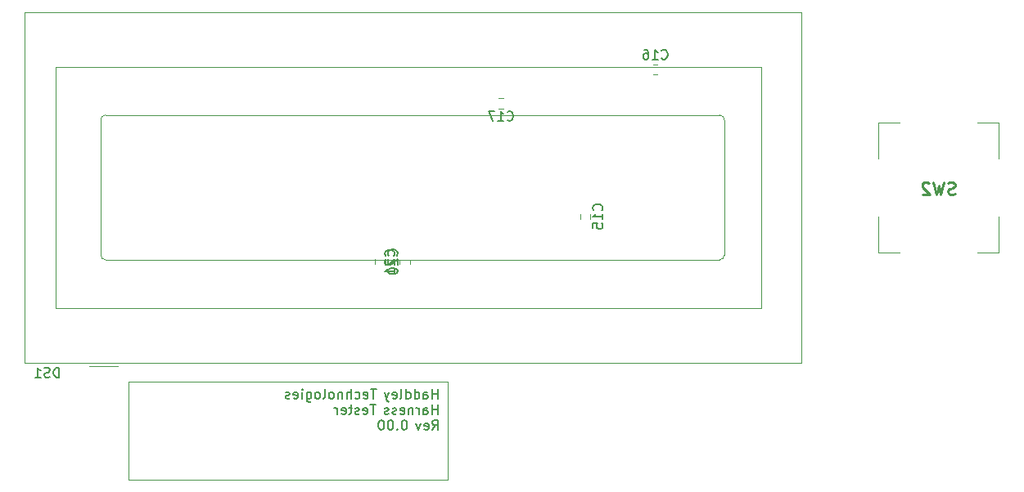
<source format=gbr>
%TF.GenerationSoftware,KiCad,Pcbnew,(7.0.0)*%
%TF.CreationDate,2023-05-05T13:18:47-07:00*%
%TF.ProjectId,HarnessTesterAll,4861726e-6573-4735-9465-73746572416c,rev?*%
%TF.SameCoordinates,Original*%
%TF.FileFunction,Legend,Bot*%
%TF.FilePolarity,Positive*%
%FSLAX46Y46*%
G04 Gerber Fmt 4.6, Leading zero omitted, Abs format (unit mm)*
G04 Created by KiCad (PCBNEW (7.0.0)) date 2023-05-05 13:18:47*
%MOMM*%
%LPD*%
G01*
G04 APERTURE LIST*
%ADD10C,0.200000*%
%ADD11C,0.100000*%
%ADD12C,0.254000*%
%ADD13C,0.150000*%
%ADD14C,0.120000*%
G04 APERTURE END LIST*
D10*
X141201904Y-100812380D02*
X141201904Y-99812380D01*
X141201904Y-100288571D02*
X140630476Y-100288571D01*
X140630476Y-100812380D02*
X140630476Y-99812380D01*
X139725714Y-100812380D02*
X139725714Y-100288571D01*
X139725714Y-100288571D02*
X139773333Y-100193333D01*
X139773333Y-100193333D02*
X139868571Y-100145714D01*
X139868571Y-100145714D02*
X140059047Y-100145714D01*
X140059047Y-100145714D02*
X140154285Y-100193333D01*
X139725714Y-100764761D02*
X139820952Y-100812380D01*
X139820952Y-100812380D02*
X140059047Y-100812380D01*
X140059047Y-100812380D02*
X140154285Y-100764761D01*
X140154285Y-100764761D02*
X140201904Y-100669523D01*
X140201904Y-100669523D02*
X140201904Y-100574285D01*
X140201904Y-100574285D02*
X140154285Y-100479047D01*
X140154285Y-100479047D02*
X140059047Y-100431428D01*
X140059047Y-100431428D02*
X139820952Y-100431428D01*
X139820952Y-100431428D02*
X139725714Y-100383809D01*
X138820952Y-100812380D02*
X138820952Y-99812380D01*
X138820952Y-100764761D02*
X138916190Y-100812380D01*
X138916190Y-100812380D02*
X139106666Y-100812380D01*
X139106666Y-100812380D02*
X139201904Y-100764761D01*
X139201904Y-100764761D02*
X139249523Y-100717142D01*
X139249523Y-100717142D02*
X139297142Y-100621904D01*
X139297142Y-100621904D02*
X139297142Y-100336190D01*
X139297142Y-100336190D02*
X139249523Y-100240952D01*
X139249523Y-100240952D02*
X139201904Y-100193333D01*
X139201904Y-100193333D02*
X139106666Y-100145714D01*
X139106666Y-100145714D02*
X138916190Y-100145714D01*
X138916190Y-100145714D02*
X138820952Y-100193333D01*
X137916190Y-100812380D02*
X137916190Y-99812380D01*
X137916190Y-100764761D02*
X138011428Y-100812380D01*
X138011428Y-100812380D02*
X138201904Y-100812380D01*
X138201904Y-100812380D02*
X138297142Y-100764761D01*
X138297142Y-100764761D02*
X138344761Y-100717142D01*
X138344761Y-100717142D02*
X138392380Y-100621904D01*
X138392380Y-100621904D02*
X138392380Y-100336190D01*
X138392380Y-100336190D02*
X138344761Y-100240952D01*
X138344761Y-100240952D02*
X138297142Y-100193333D01*
X138297142Y-100193333D02*
X138201904Y-100145714D01*
X138201904Y-100145714D02*
X138011428Y-100145714D01*
X138011428Y-100145714D02*
X137916190Y-100193333D01*
X137297142Y-100812380D02*
X137392380Y-100764761D01*
X137392380Y-100764761D02*
X137439999Y-100669523D01*
X137439999Y-100669523D02*
X137439999Y-99812380D01*
X136535237Y-100764761D02*
X136630475Y-100812380D01*
X136630475Y-100812380D02*
X136820951Y-100812380D01*
X136820951Y-100812380D02*
X136916189Y-100764761D01*
X136916189Y-100764761D02*
X136963808Y-100669523D01*
X136963808Y-100669523D02*
X136963808Y-100288571D01*
X136963808Y-100288571D02*
X136916189Y-100193333D01*
X136916189Y-100193333D02*
X136820951Y-100145714D01*
X136820951Y-100145714D02*
X136630475Y-100145714D01*
X136630475Y-100145714D02*
X136535237Y-100193333D01*
X136535237Y-100193333D02*
X136487618Y-100288571D01*
X136487618Y-100288571D02*
X136487618Y-100383809D01*
X136487618Y-100383809D02*
X136963808Y-100479047D01*
X136154284Y-100145714D02*
X135916189Y-100812380D01*
X135678094Y-100145714D02*
X135916189Y-100812380D01*
X135916189Y-100812380D02*
X136011427Y-101050476D01*
X136011427Y-101050476D02*
X136059046Y-101098095D01*
X136059046Y-101098095D02*
X136154284Y-101145714D01*
X134839998Y-99812380D02*
X134268570Y-99812380D01*
X134554284Y-100812380D02*
X134554284Y-99812380D01*
X133554284Y-100764761D02*
X133649522Y-100812380D01*
X133649522Y-100812380D02*
X133839998Y-100812380D01*
X133839998Y-100812380D02*
X133935236Y-100764761D01*
X133935236Y-100764761D02*
X133982855Y-100669523D01*
X133982855Y-100669523D02*
X133982855Y-100288571D01*
X133982855Y-100288571D02*
X133935236Y-100193333D01*
X133935236Y-100193333D02*
X133839998Y-100145714D01*
X133839998Y-100145714D02*
X133649522Y-100145714D01*
X133649522Y-100145714D02*
X133554284Y-100193333D01*
X133554284Y-100193333D02*
X133506665Y-100288571D01*
X133506665Y-100288571D02*
X133506665Y-100383809D01*
X133506665Y-100383809D02*
X133982855Y-100479047D01*
X132649522Y-100764761D02*
X132744760Y-100812380D01*
X132744760Y-100812380D02*
X132935236Y-100812380D01*
X132935236Y-100812380D02*
X133030474Y-100764761D01*
X133030474Y-100764761D02*
X133078093Y-100717142D01*
X133078093Y-100717142D02*
X133125712Y-100621904D01*
X133125712Y-100621904D02*
X133125712Y-100336190D01*
X133125712Y-100336190D02*
X133078093Y-100240952D01*
X133078093Y-100240952D02*
X133030474Y-100193333D01*
X133030474Y-100193333D02*
X132935236Y-100145714D01*
X132935236Y-100145714D02*
X132744760Y-100145714D01*
X132744760Y-100145714D02*
X132649522Y-100193333D01*
X132220950Y-100812380D02*
X132220950Y-99812380D01*
X131792379Y-100812380D02*
X131792379Y-100288571D01*
X131792379Y-100288571D02*
X131839998Y-100193333D01*
X131839998Y-100193333D02*
X131935236Y-100145714D01*
X131935236Y-100145714D02*
X132078093Y-100145714D01*
X132078093Y-100145714D02*
X132173331Y-100193333D01*
X132173331Y-100193333D02*
X132220950Y-100240952D01*
X131316188Y-100145714D02*
X131316188Y-100812380D01*
X131316188Y-100240952D02*
X131268569Y-100193333D01*
X131268569Y-100193333D02*
X131173331Y-100145714D01*
X131173331Y-100145714D02*
X131030474Y-100145714D01*
X131030474Y-100145714D02*
X130935236Y-100193333D01*
X130935236Y-100193333D02*
X130887617Y-100288571D01*
X130887617Y-100288571D02*
X130887617Y-100812380D01*
X130268569Y-100812380D02*
X130363807Y-100764761D01*
X130363807Y-100764761D02*
X130411426Y-100717142D01*
X130411426Y-100717142D02*
X130459045Y-100621904D01*
X130459045Y-100621904D02*
X130459045Y-100336190D01*
X130459045Y-100336190D02*
X130411426Y-100240952D01*
X130411426Y-100240952D02*
X130363807Y-100193333D01*
X130363807Y-100193333D02*
X130268569Y-100145714D01*
X130268569Y-100145714D02*
X130125712Y-100145714D01*
X130125712Y-100145714D02*
X130030474Y-100193333D01*
X130030474Y-100193333D02*
X129982855Y-100240952D01*
X129982855Y-100240952D02*
X129935236Y-100336190D01*
X129935236Y-100336190D02*
X129935236Y-100621904D01*
X129935236Y-100621904D02*
X129982855Y-100717142D01*
X129982855Y-100717142D02*
X130030474Y-100764761D01*
X130030474Y-100764761D02*
X130125712Y-100812380D01*
X130125712Y-100812380D02*
X130268569Y-100812380D01*
X129363807Y-100812380D02*
X129459045Y-100764761D01*
X129459045Y-100764761D02*
X129506664Y-100669523D01*
X129506664Y-100669523D02*
X129506664Y-99812380D01*
X128839997Y-100812380D02*
X128935235Y-100764761D01*
X128935235Y-100764761D02*
X128982854Y-100717142D01*
X128982854Y-100717142D02*
X129030473Y-100621904D01*
X129030473Y-100621904D02*
X129030473Y-100336190D01*
X129030473Y-100336190D02*
X128982854Y-100240952D01*
X128982854Y-100240952D02*
X128935235Y-100193333D01*
X128935235Y-100193333D02*
X128839997Y-100145714D01*
X128839997Y-100145714D02*
X128697140Y-100145714D01*
X128697140Y-100145714D02*
X128601902Y-100193333D01*
X128601902Y-100193333D02*
X128554283Y-100240952D01*
X128554283Y-100240952D02*
X128506664Y-100336190D01*
X128506664Y-100336190D02*
X128506664Y-100621904D01*
X128506664Y-100621904D02*
X128554283Y-100717142D01*
X128554283Y-100717142D02*
X128601902Y-100764761D01*
X128601902Y-100764761D02*
X128697140Y-100812380D01*
X128697140Y-100812380D02*
X128839997Y-100812380D01*
X127649521Y-100145714D02*
X127649521Y-100955238D01*
X127649521Y-100955238D02*
X127697140Y-101050476D01*
X127697140Y-101050476D02*
X127744759Y-101098095D01*
X127744759Y-101098095D02*
X127839997Y-101145714D01*
X127839997Y-101145714D02*
X127982854Y-101145714D01*
X127982854Y-101145714D02*
X128078092Y-101098095D01*
X127649521Y-100764761D02*
X127744759Y-100812380D01*
X127744759Y-100812380D02*
X127935235Y-100812380D01*
X127935235Y-100812380D02*
X128030473Y-100764761D01*
X128030473Y-100764761D02*
X128078092Y-100717142D01*
X128078092Y-100717142D02*
X128125711Y-100621904D01*
X128125711Y-100621904D02*
X128125711Y-100336190D01*
X128125711Y-100336190D02*
X128078092Y-100240952D01*
X128078092Y-100240952D02*
X128030473Y-100193333D01*
X128030473Y-100193333D02*
X127935235Y-100145714D01*
X127935235Y-100145714D02*
X127744759Y-100145714D01*
X127744759Y-100145714D02*
X127649521Y-100193333D01*
X127173330Y-100812380D02*
X127173330Y-100145714D01*
X127173330Y-99812380D02*
X127220949Y-99860000D01*
X127220949Y-99860000D02*
X127173330Y-99907619D01*
X127173330Y-99907619D02*
X127125711Y-99860000D01*
X127125711Y-99860000D02*
X127173330Y-99812380D01*
X127173330Y-99812380D02*
X127173330Y-99907619D01*
X126316188Y-100764761D02*
X126411426Y-100812380D01*
X126411426Y-100812380D02*
X126601902Y-100812380D01*
X126601902Y-100812380D02*
X126697140Y-100764761D01*
X126697140Y-100764761D02*
X126744759Y-100669523D01*
X126744759Y-100669523D02*
X126744759Y-100288571D01*
X126744759Y-100288571D02*
X126697140Y-100193333D01*
X126697140Y-100193333D02*
X126601902Y-100145714D01*
X126601902Y-100145714D02*
X126411426Y-100145714D01*
X126411426Y-100145714D02*
X126316188Y-100193333D01*
X126316188Y-100193333D02*
X126268569Y-100288571D01*
X126268569Y-100288571D02*
X126268569Y-100383809D01*
X126268569Y-100383809D02*
X126744759Y-100479047D01*
X125887616Y-100764761D02*
X125792378Y-100812380D01*
X125792378Y-100812380D02*
X125601902Y-100812380D01*
X125601902Y-100812380D02*
X125506664Y-100764761D01*
X125506664Y-100764761D02*
X125459045Y-100669523D01*
X125459045Y-100669523D02*
X125459045Y-100621904D01*
X125459045Y-100621904D02*
X125506664Y-100526666D01*
X125506664Y-100526666D02*
X125601902Y-100479047D01*
X125601902Y-100479047D02*
X125744759Y-100479047D01*
X125744759Y-100479047D02*
X125839997Y-100431428D01*
X125839997Y-100431428D02*
X125887616Y-100336190D01*
X125887616Y-100336190D02*
X125887616Y-100288571D01*
X125887616Y-100288571D02*
X125839997Y-100193333D01*
X125839997Y-100193333D02*
X125744759Y-100145714D01*
X125744759Y-100145714D02*
X125601902Y-100145714D01*
X125601902Y-100145714D02*
X125506664Y-100193333D01*
X141201904Y-102432380D02*
X141201904Y-101432380D01*
X141201904Y-101908571D02*
X140630476Y-101908571D01*
X140630476Y-102432380D02*
X140630476Y-101432380D01*
X139725714Y-102432380D02*
X139725714Y-101908571D01*
X139725714Y-101908571D02*
X139773333Y-101813333D01*
X139773333Y-101813333D02*
X139868571Y-101765714D01*
X139868571Y-101765714D02*
X140059047Y-101765714D01*
X140059047Y-101765714D02*
X140154285Y-101813333D01*
X139725714Y-102384761D02*
X139820952Y-102432380D01*
X139820952Y-102432380D02*
X140059047Y-102432380D01*
X140059047Y-102432380D02*
X140154285Y-102384761D01*
X140154285Y-102384761D02*
X140201904Y-102289523D01*
X140201904Y-102289523D02*
X140201904Y-102194285D01*
X140201904Y-102194285D02*
X140154285Y-102099047D01*
X140154285Y-102099047D02*
X140059047Y-102051428D01*
X140059047Y-102051428D02*
X139820952Y-102051428D01*
X139820952Y-102051428D02*
X139725714Y-102003809D01*
X139249523Y-102432380D02*
X139249523Y-101765714D01*
X139249523Y-101956190D02*
X139201904Y-101860952D01*
X139201904Y-101860952D02*
X139154285Y-101813333D01*
X139154285Y-101813333D02*
X139059047Y-101765714D01*
X139059047Y-101765714D02*
X138963809Y-101765714D01*
X138630475Y-101765714D02*
X138630475Y-102432380D01*
X138630475Y-101860952D02*
X138582856Y-101813333D01*
X138582856Y-101813333D02*
X138487618Y-101765714D01*
X138487618Y-101765714D02*
X138344761Y-101765714D01*
X138344761Y-101765714D02*
X138249523Y-101813333D01*
X138249523Y-101813333D02*
X138201904Y-101908571D01*
X138201904Y-101908571D02*
X138201904Y-102432380D01*
X137344761Y-102384761D02*
X137439999Y-102432380D01*
X137439999Y-102432380D02*
X137630475Y-102432380D01*
X137630475Y-102432380D02*
X137725713Y-102384761D01*
X137725713Y-102384761D02*
X137773332Y-102289523D01*
X137773332Y-102289523D02*
X137773332Y-101908571D01*
X137773332Y-101908571D02*
X137725713Y-101813333D01*
X137725713Y-101813333D02*
X137630475Y-101765714D01*
X137630475Y-101765714D02*
X137439999Y-101765714D01*
X137439999Y-101765714D02*
X137344761Y-101813333D01*
X137344761Y-101813333D02*
X137297142Y-101908571D01*
X137297142Y-101908571D02*
X137297142Y-102003809D01*
X137297142Y-102003809D02*
X137773332Y-102099047D01*
X136916189Y-102384761D02*
X136820951Y-102432380D01*
X136820951Y-102432380D02*
X136630475Y-102432380D01*
X136630475Y-102432380D02*
X136535237Y-102384761D01*
X136535237Y-102384761D02*
X136487618Y-102289523D01*
X136487618Y-102289523D02*
X136487618Y-102241904D01*
X136487618Y-102241904D02*
X136535237Y-102146666D01*
X136535237Y-102146666D02*
X136630475Y-102099047D01*
X136630475Y-102099047D02*
X136773332Y-102099047D01*
X136773332Y-102099047D02*
X136868570Y-102051428D01*
X136868570Y-102051428D02*
X136916189Y-101956190D01*
X136916189Y-101956190D02*
X136916189Y-101908571D01*
X136916189Y-101908571D02*
X136868570Y-101813333D01*
X136868570Y-101813333D02*
X136773332Y-101765714D01*
X136773332Y-101765714D02*
X136630475Y-101765714D01*
X136630475Y-101765714D02*
X136535237Y-101813333D01*
X136106665Y-102384761D02*
X136011427Y-102432380D01*
X136011427Y-102432380D02*
X135820951Y-102432380D01*
X135820951Y-102432380D02*
X135725713Y-102384761D01*
X135725713Y-102384761D02*
X135678094Y-102289523D01*
X135678094Y-102289523D02*
X135678094Y-102241904D01*
X135678094Y-102241904D02*
X135725713Y-102146666D01*
X135725713Y-102146666D02*
X135820951Y-102099047D01*
X135820951Y-102099047D02*
X135963808Y-102099047D01*
X135963808Y-102099047D02*
X136059046Y-102051428D01*
X136059046Y-102051428D02*
X136106665Y-101956190D01*
X136106665Y-101956190D02*
X136106665Y-101908571D01*
X136106665Y-101908571D02*
X136059046Y-101813333D01*
X136059046Y-101813333D02*
X135963808Y-101765714D01*
X135963808Y-101765714D02*
X135820951Y-101765714D01*
X135820951Y-101765714D02*
X135725713Y-101813333D01*
X134792379Y-101432380D02*
X134220951Y-101432380D01*
X134506665Y-102432380D02*
X134506665Y-101432380D01*
X133506665Y-102384761D02*
X133601903Y-102432380D01*
X133601903Y-102432380D02*
X133792379Y-102432380D01*
X133792379Y-102432380D02*
X133887617Y-102384761D01*
X133887617Y-102384761D02*
X133935236Y-102289523D01*
X133935236Y-102289523D02*
X133935236Y-101908571D01*
X133935236Y-101908571D02*
X133887617Y-101813333D01*
X133887617Y-101813333D02*
X133792379Y-101765714D01*
X133792379Y-101765714D02*
X133601903Y-101765714D01*
X133601903Y-101765714D02*
X133506665Y-101813333D01*
X133506665Y-101813333D02*
X133459046Y-101908571D01*
X133459046Y-101908571D02*
X133459046Y-102003809D01*
X133459046Y-102003809D02*
X133935236Y-102099047D01*
X133078093Y-102384761D02*
X132982855Y-102432380D01*
X132982855Y-102432380D02*
X132792379Y-102432380D01*
X132792379Y-102432380D02*
X132697141Y-102384761D01*
X132697141Y-102384761D02*
X132649522Y-102289523D01*
X132649522Y-102289523D02*
X132649522Y-102241904D01*
X132649522Y-102241904D02*
X132697141Y-102146666D01*
X132697141Y-102146666D02*
X132792379Y-102099047D01*
X132792379Y-102099047D02*
X132935236Y-102099047D01*
X132935236Y-102099047D02*
X133030474Y-102051428D01*
X133030474Y-102051428D02*
X133078093Y-101956190D01*
X133078093Y-101956190D02*
X133078093Y-101908571D01*
X133078093Y-101908571D02*
X133030474Y-101813333D01*
X133030474Y-101813333D02*
X132935236Y-101765714D01*
X132935236Y-101765714D02*
X132792379Y-101765714D01*
X132792379Y-101765714D02*
X132697141Y-101813333D01*
X132363807Y-101765714D02*
X131982855Y-101765714D01*
X132220950Y-101432380D02*
X132220950Y-102289523D01*
X132220950Y-102289523D02*
X132173331Y-102384761D01*
X132173331Y-102384761D02*
X132078093Y-102432380D01*
X132078093Y-102432380D02*
X131982855Y-102432380D01*
X131268569Y-102384761D02*
X131363807Y-102432380D01*
X131363807Y-102432380D02*
X131554283Y-102432380D01*
X131554283Y-102432380D02*
X131649521Y-102384761D01*
X131649521Y-102384761D02*
X131697140Y-102289523D01*
X131697140Y-102289523D02*
X131697140Y-101908571D01*
X131697140Y-101908571D02*
X131649521Y-101813333D01*
X131649521Y-101813333D02*
X131554283Y-101765714D01*
X131554283Y-101765714D02*
X131363807Y-101765714D01*
X131363807Y-101765714D02*
X131268569Y-101813333D01*
X131268569Y-101813333D02*
X131220950Y-101908571D01*
X131220950Y-101908571D02*
X131220950Y-102003809D01*
X131220950Y-102003809D02*
X131697140Y-102099047D01*
X130792378Y-102432380D02*
X130792378Y-101765714D01*
X130792378Y-101956190D02*
X130744759Y-101860952D01*
X130744759Y-101860952D02*
X130697140Y-101813333D01*
X130697140Y-101813333D02*
X130601902Y-101765714D01*
X130601902Y-101765714D02*
X130506664Y-101765714D01*
X140630476Y-104052380D02*
X140963809Y-103576190D01*
X141201904Y-104052380D02*
X141201904Y-103052380D01*
X141201904Y-103052380D02*
X140820952Y-103052380D01*
X140820952Y-103052380D02*
X140725714Y-103100000D01*
X140725714Y-103100000D02*
X140678095Y-103147619D01*
X140678095Y-103147619D02*
X140630476Y-103242857D01*
X140630476Y-103242857D02*
X140630476Y-103385714D01*
X140630476Y-103385714D02*
X140678095Y-103480952D01*
X140678095Y-103480952D02*
X140725714Y-103528571D01*
X140725714Y-103528571D02*
X140820952Y-103576190D01*
X140820952Y-103576190D02*
X141201904Y-103576190D01*
X139820952Y-104004761D02*
X139916190Y-104052380D01*
X139916190Y-104052380D02*
X140106666Y-104052380D01*
X140106666Y-104052380D02*
X140201904Y-104004761D01*
X140201904Y-104004761D02*
X140249523Y-103909523D01*
X140249523Y-103909523D02*
X140249523Y-103528571D01*
X140249523Y-103528571D02*
X140201904Y-103433333D01*
X140201904Y-103433333D02*
X140106666Y-103385714D01*
X140106666Y-103385714D02*
X139916190Y-103385714D01*
X139916190Y-103385714D02*
X139820952Y-103433333D01*
X139820952Y-103433333D02*
X139773333Y-103528571D01*
X139773333Y-103528571D02*
X139773333Y-103623809D01*
X139773333Y-103623809D02*
X140249523Y-103719047D01*
X139439999Y-103385714D02*
X139201904Y-104052380D01*
X139201904Y-104052380D02*
X138963809Y-103385714D01*
X137792380Y-103052380D02*
X137697142Y-103052380D01*
X137697142Y-103052380D02*
X137601904Y-103100000D01*
X137601904Y-103100000D02*
X137554285Y-103147619D01*
X137554285Y-103147619D02*
X137506666Y-103242857D01*
X137506666Y-103242857D02*
X137459047Y-103433333D01*
X137459047Y-103433333D02*
X137459047Y-103671428D01*
X137459047Y-103671428D02*
X137506666Y-103861904D01*
X137506666Y-103861904D02*
X137554285Y-103957142D01*
X137554285Y-103957142D02*
X137601904Y-104004761D01*
X137601904Y-104004761D02*
X137697142Y-104052380D01*
X137697142Y-104052380D02*
X137792380Y-104052380D01*
X137792380Y-104052380D02*
X137887618Y-104004761D01*
X137887618Y-104004761D02*
X137935237Y-103957142D01*
X137935237Y-103957142D02*
X137982856Y-103861904D01*
X137982856Y-103861904D02*
X138030475Y-103671428D01*
X138030475Y-103671428D02*
X138030475Y-103433333D01*
X138030475Y-103433333D02*
X137982856Y-103242857D01*
X137982856Y-103242857D02*
X137935237Y-103147619D01*
X137935237Y-103147619D02*
X137887618Y-103100000D01*
X137887618Y-103100000D02*
X137792380Y-103052380D01*
X137030475Y-103957142D02*
X136982856Y-104004761D01*
X136982856Y-104004761D02*
X137030475Y-104052380D01*
X137030475Y-104052380D02*
X137078094Y-104004761D01*
X137078094Y-104004761D02*
X137030475Y-103957142D01*
X137030475Y-103957142D02*
X137030475Y-104052380D01*
X136363809Y-103052380D02*
X136268571Y-103052380D01*
X136268571Y-103052380D02*
X136173333Y-103100000D01*
X136173333Y-103100000D02*
X136125714Y-103147619D01*
X136125714Y-103147619D02*
X136078095Y-103242857D01*
X136078095Y-103242857D02*
X136030476Y-103433333D01*
X136030476Y-103433333D02*
X136030476Y-103671428D01*
X136030476Y-103671428D02*
X136078095Y-103861904D01*
X136078095Y-103861904D02*
X136125714Y-103957142D01*
X136125714Y-103957142D02*
X136173333Y-104004761D01*
X136173333Y-104004761D02*
X136268571Y-104052380D01*
X136268571Y-104052380D02*
X136363809Y-104052380D01*
X136363809Y-104052380D02*
X136459047Y-104004761D01*
X136459047Y-104004761D02*
X136506666Y-103957142D01*
X136506666Y-103957142D02*
X136554285Y-103861904D01*
X136554285Y-103861904D02*
X136601904Y-103671428D01*
X136601904Y-103671428D02*
X136601904Y-103433333D01*
X136601904Y-103433333D02*
X136554285Y-103242857D01*
X136554285Y-103242857D02*
X136506666Y-103147619D01*
X136506666Y-103147619D02*
X136459047Y-103100000D01*
X136459047Y-103100000D02*
X136363809Y-103052380D01*
X135411428Y-103052380D02*
X135316190Y-103052380D01*
X135316190Y-103052380D02*
X135220952Y-103100000D01*
X135220952Y-103100000D02*
X135173333Y-103147619D01*
X135173333Y-103147619D02*
X135125714Y-103242857D01*
X135125714Y-103242857D02*
X135078095Y-103433333D01*
X135078095Y-103433333D02*
X135078095Y-103671428D01*
X135078095Y-103671428D02*
X135125714Y-103861904D01*
X135125714Y-103861904D02*
X135173333Y-103957142D01*
X135173333Y-103957142D02*
X135220952Y-104004761D01*
X135220952Y-104004761D02*
X135316190Y-104052380D01*
X135316190Y-104052380D02*
X135411428Y-104052380D01*
X135411428Y-104052380D02*
X135506666Y-104004761D01*
X135506666Y-104004761D02*
X135554285Y-103957142D01*
X135554285Y-103957142D02*
X135601904Y-103861904D01*
X135601904Y-103861904D02*
X135649523Y-103671428D01*
X135649523Y-103671428D02*
X135649523Y-103433333D01*
X135649523Y-103433333D02*
X135601904Y-103242857D01*
X135601904Y-103242857D02*
X135554285Y-103147619D01*
X135554285Y-103147619D02*
X135506666Y-103100000D01*
X135506666Y-103100000D02*
X135411428Y-103052380D01*
D11*
X109220000Y-99060000D02*
X142240000Y-99060000D01*
X142240000Y-99060000D02*
X142240000Y-109220000D01*
X142240000Y-109220000D02*
X109220000Y-109220000D01*
X109220000Y-109220000D02*
X109220000Y-99060000D01*
D12*
%TO.C,SW2*%
X194700859Y-79596097D02*
X194519430Y-79656573D01*
X194519430Y-79656573D02*
X194217049Y-79656573D01*
X194217049Y-79656573D02*
X194096097Y-79596097D01*
X194096097Y-79596097D02*
X194035621Y-79535621D01*
X194035621Y-79535621D02*
X193975144Y-79414669D01*
X193975144Y-79414669D02*
X193975144Y-79293716D01*
X193975144Y-79293716D02*
X194035621Y-79172764D01*
X194035621Y-79172764D02*
X194096097Y-79112288D01*
X194096097Y-79112288D02*
X194217049Y-79051811D01*
X194217049Y-79051811D02*
X194458954Y-78991335D01*
X194458954Y-78991335D02*
X194579906Y-78930859D01*
X194579906Y-78930859D02*
X194640383Y-78870383D01*
X194640383Y-78870383D02*
X194700859Y-78749430D01*
X194700859Y-78749430D02*
X194700859Y-78628478D01*
X194700859Y-78628478D02*
X194640383Y-78507526D01*
X194640383Y-78507526D02*
X194579906Y-78447050D01*
X194579906Y-78447050D02*
X194458954Y-78386573D01*
X194458954Y-78386573D02*
X194156573Y-78386573D01*
X194156573Y-78386573D02*
X193975144Y-78447050D01*
X193551811Y-78386573D02*
X193249430Y-79656573D01*
X193249430Y-79656573D02*
X193007525Y-78749430D01*
X193007525Y-78749430D02*
X192765620Y-79656573D01*
X192765620Y-79656573D02*
X192463240Y-78386573D01*
X192039906Y-78507526D02*
X191979430Y-78447050D01*
X191979430Y-78447050D02*
X191858477Y-78386573D01*
X191858477Y-78386573D02*
X191556096Y-78386573D01*
X191556096Y-78386573D02*
X191435144Y-78447050D01*
X191435144Y-78447050D02*
X191374668Y-78507526D01*
X191374668Y-78507526D02*
X191314191Y-78628478D01*
X191314191Y-78628478D02*
X191314191Y-78749430D01*
X191314191Y-78749430D02*
X191374668Y-78930859D01*
X191374668Y-78930859D02*
X192100382Y-79656573D01*
X192100382Y-79656573D02*
X191314191Y-79656573D01*
D13*
%TO.C,C21*%
X136647952Y-86011351D02*
X136695571Y-85963732D01*
X136695571Y-85963732D02*
X136743190Y-85820875D01*
X136743190Y-85820875D02*
X136743190Y-85725637D01*
X136743190Y-85725637D02*
X136695571Y-85582780D01*
X136695571Y-85582780D02*
X136600333Y-85487542D01*
X136600333Y-85487542D02*
X136505095Y-85439923D01*
X136505095Y-85439923D02*
X136314619Y-85392304D01*
X136314619Y-85392304D02*
X136171762Y-85392304D01*
X136171762Y-85392304D02*
X135981286Y-85439923D01*
X135981286Y-85439923D02*
X135886048Y-85487542D01*
X135886048Y-85487542D02*
X135790810Y-85582780D01*
X135790810Y-85582780D02*
X135743190Y-85725637D01*
X135743190Y-85725637D02*
X135743190Y-85820875D01*
X135743190Y-85820875D02*
X135790810Y-85963732D01*
X135790810Y-85963732D02*
X135838429Y-86011351D01*
X135838429Y-86392304D02*
X135790810Y-86439923D01*
X135790810Y-86439923D02*
X135743190Y-86535161D01*
X135743190Y-86535161D02*
X135743190Y-86773256D01*
X135743190Y-86773256D02*
X135790810Y-86868494D01*
X135790810Y-86868494D02*
X135838429Y-86916113D01*
X135838429Y-86916113D02*
X135933667Y-86963732D01*
X135933667Y-86963732D02*
X136028905Y-86963732D01*
X136028905Y-86963732D02*
X136171762Y-86916113D01*
X136171762Y-86916113D02*
X136743190Y-86344685D01*
X136743190Y-86344685D02*
X136743190Y-86963732D01*
X136743190Y-87916113D02*
X136743190Y-87344685D01*
X136743190Y-87630399D02*
X135743190Y-87630399D01*
X135743190Y-87630399D02*
X135886048Y-87535161D01*
X135886048Y-87535161D02*
X135981286Y-87439923D01*
X135981286Y-87439923D02*
X136028905Y-87344685D01*
%TO.C,C20*%
X136948132Y-85978910D02*
X136995751Y-85931291D01*
X136995751Y-85931291D02*
X137043370Y-85788434D01*
X137043370Y-85788434D02*
X137043370Y-85693196D01*
X137043370Y-85693196D02*
X136995751Y-85550339D01*
X136995751Y-85550339D02*
X136900513Y-85455101D01*
X136900513Y-85455101D02*
X136805275Y-85407482D01*
X136805275Y-85407482D02*
X136614799Y-85359863D01*
X136614799Y-85359863D02*
X136471942Y-85359863D01*
X136471942Y-85359863D02*
X136281466Y-85407482D01*
X136281466Y-85407482D02*
X136186228Y-85455101D01*
X136186228Y-85455101D02*
X136090990Y-85550339D01*
X136090990Y-85550339D02*
X136043370Y-85693196D01*
X136043370Y-85693196D02*
X136043370Y-85788434D01*
X136043370Y-85788434D02*
X136090990Y-85931291D01*
X136090990Y-85931291D02*
X136138609Y-85978910D01*
X136138609Y-86359863D02*
X136090990Y-86407482D01*
X136090990Y-86407482D02*
X136043370Y-86502720D01*
X136043370Y-86502720D02*
X136043370Y-86740815D01*
X136043370Y-86740815D02*
X136090990Y-86836053D01*
X136090990Y-86836053D02*
X136138609Y-86883672D01*
X136138609Y-86883672D02*
X136233847Y-86931291D01*
X136233847Y-86931291D02*
X136329085Y-86931291D01*
X136329085Y-86931291D02*
X136471942Y-86883672D01*
X136471942Y-86883672D02*
X137043370Y-86312244D01*
X137043370Y-86312244D02*
X137043370Y-86931291D01*
X136043370Y-87550339D02*
X136043370Y-87645577D01*
X136043370Y-87645577D02*
X136090990Y-87740815D01*
X136090990Y-87740815D02*
X136138609Y-87788434D01*
X136138609Y-87788434D02*
X136233847Y-87836053D01*
X136233847Y-87836053D02*
X136424323Y-87883672D01*
X136424323Y-87883672D02*
X136662418Y-87883672D01*
X136662418Y-87883672D02*
X136852894Y-87836053D01*
X136852894Y-87836053D02*
X136948132Y-87788434D01*
X136948132Y-87788434D02*
X136995751Y-87740815D01*
X136995751Y-87740815D02*
X137043370Y-87645577D01*
X137043370Y-87645577D02*
X137043370Y-87550339D01*
X137043370Y-87550339D02*
X136995751Y-87455101D01*
X136995751Y-87455101D02*
X136948132Y-87407482D01*
X136948132Y-87407482D02*
X136852894Y-87359863D01*
X136852894Y-87359863D02*
X136662418Y-87312244D01*
X136662418Y-87312244D02*
X136424323Y-87312244D01*
X136424323Y-87312244D02*
X136233847Y-87359863D01*
X136233847Y-87359863D02*
X136138609Y-87407482D01*
X136138609Y-87407482D02*
X136090990Y-87455101D01*
X136090990Y-87455101D02*
X136043370Y-87550339D01*
%TO.C,C17*%
X148391611Y-71936878D02*
X148439230Y-71984497D01*
X148439230Y-71984497D02*
X148582087Y-72032116D01*
X148582087Y-72032116D02*
X148677325Y-72032116D01*
X148677325Y-72032116D02*
X148820182Y-71984497D01*
X148820182Y-71984497D02*
X148915420Y-71889259D01*
X148915420Y-71889259D02*
X148963039Y-71794021D01*
X148963039Y-71794021D02*
X149010658Y-71603545D01*
X149010658Y-71603545D02*
X149010658Y-71460688D01*
X149010658Y-71460688D02*
X148963039Y-71270212D01*
X148963039Y-71270212D02*
X148915420Y-71174974D01*
X148915420Y-71174974D02*
X148820182Y-71079736D01*
X148820182Y-71079736D02*
X148677325Y-71032116D01*
X148677325Y-71032116D02*
X148582087Y-71032116D01*
X148582087Y-71032116D02*
X148439230Y-71079736D01*
X148439230Y-71079736D02*
X148391611Y-71127355D01*
X147439230Y-72032116D02*
X148010658Y-72032116D01*
X147724944Y-72032116D02*
X147724944Y-71032116D01*
X147724944Y-71032116D02*
X147820182Y-71174974D01*
X147820182Y-71174974D02*
X147915420Y-71270212D01*
X147915420Y-71270212D02*
X148010658Y-71317831D01*
X147105896Y-71032116D02*
X146439230Y-71032116D01*
X146439230Y-71032116D02*
X146867801Y-72032116D01*
%TO.C,C16*%
X164353873Y-65561869D02*
X164401492Y-65609488D01*
X164401492Y-65609488D02*
X164544349Y-65657107D01*
X164544349Y-65657107D02*
X164639587Y-65657107D01*
X164639587Y-65657107D02*
X164782444Y-65609488D01*
X164782444Y-65609488D02*
X164877682Y-65514250D01*
X164877682Y-65514250D02*
X164925301Y-65419012D01*
X164925301Y-65419012D02*
X164972920Y-65228536D01*
X164972920Y-65228536D02*
X164972920Y-65085679D01*
X164972920Y-65085679D02*
X164925301Y-64895203D01*
X164925301Y-64895203D02*
X164877682Y-64799965D01*
X164877682Y-64799965D02*
X164782444Y-64704727D01*
X164782444Y-64704727D02*
X164639587Y-64657107D01*
X164639587Y-64657107D02*
X164544349Y-64657107D01*
X164544349Y-64657107D02*
X164401492Y-64704727D01*
X164401492Y-64704727D02*
X164353873Y-64752346D01*
X163401492Y-65657107D02*
X163972920Y-65657107D01*
X163687206Y-65657107D02*
X163687206Y-64657107D01*
X163687206Y-64657107D02*
X163782444Y-64799965D01*
X163782444Y-64799965D02*
X163877682Y-64895203D01*
X163877682Y-64895203D02*
X163972920Y-64942822D01*
X162544349Y-64657107D02*
X162734825Y-64657107D01*
X162734825Y-64657107D02*
X162830063Y-64704727D01*
X162830063Y-64704727D02*
X162877682Y-64752346D01*
X162877682Y-64752346D02*
X162972920Y-64895203D01*
X162972920Y-64895203D02*
X163020539Y-65085679D01*
X163020539Y-65085679D02*
X163020539Y-65466631D01*
X163020539Y-65466631D02*
X162972920Y-65561869D01*
X162972920Y-65561869D02*
X162925301Y-65609488D01*
X162925301Y-65609488D02*
X162830063Y-65657107D01*
X162830063Y-65657107D02*
X162639587Y-65657107D01*
X162639587Y-65657107D02*
X162544349Y-65609488D01*
X162544349Y-65609488D02*
X162496730Y-65561869D01*
X162496730Y-65561869D02*
X162449111Y-65466631D01*
X162449111Y-65466631D02*
X162449111Y-65228536D01*
X162449111Y-65228536D02*
X162496730Y-65133298D01*
X162496730Y-65133298D02*
X162544349Y-65085679D01*
X162544349Y-65085679D02*
X162639587Y-65038060D01*
X162639587Y-65038060D02*
X162830063Y-65038060D01*
X162830063Y-65038060D02*
X162925301Y-65085679D01*
X162925301Y-65085679D02*
X162972920Y-65133298D01*
X162972920Y-65133298D02*
X163020539Y-65228536D01*
%TO.C,C15*%
X158150776Y-81286760D02*
X158198395Y-81239141D01*
X158198395Y-81239141D02*
X158246014Y-81096284D01*
X158246014Y-81096284D02*
X158246014Y-81001046D01*
X158246014Y-81001046D02*
X158198395Y-80858189D01*
X158198395Y-80858189D02*
X158103157Y-80762951D01*
X158103157Y-80762951D02*
X158007919Y-80715332D01*
X158007919Y-80715332D02*
X157817443Y-80667713D01*
X157817443Y-80667713D02*
X157674586Y-80667713D01*
X157674586Y-80667713D02*
X157484110Y-80715332D01*
X157484110Y-80715332D02*
X157388872Y-80762951D01*
X157388872Y-80762951D02*
X157293634Y-80858189D01*
X157293634Y-80858189D02*
X157246014Y-81001046D01*
X157246014Y-81001046D02*
X157246014Y-81096284D01*
X157246014Y-81096284D02*
X157293634Y-81239141D01*
X157293634Y-81239141D02*
X157341253Y-81286760D01*
X158246014Y-82239141D02*
X158246014Y-81667713D01*
X158246014Y-81953427D02*
X157246014Y-81953427D01*
X157246014Y-81953427D02*
X157388872Y-81858189D01*
X157388872Y-81858189D02*
X157484110Y-81762951D01*
X157484110Y-81762951D02*
X157531729Y-81667713D01*
X157246014Y-83143903D02*
X157246014Y-82667713D01*
X157246014Y-82667713D02*
X157722205Y-82620094D01*
X157722205Y-82620094D02*
X157674586Y-82667713D01*
X157674586Y-82667713D02*
X157626967Y-82762951D01*
X157626967Y-82762951D02*
X157626967Y-83001046D01*
X157626967Y-83001046D02*
X157674586Y-83096284D01*
X157674586Y-83096284D02*
X157722205Y-83143903D01*
X157722205Y-83143903D02*
X157817443Y-83191522D01*
X157817443Y-83191522D02*
X158055538Y-83191522D01*
X158055538Y-83191522D02*
X158150776Y-83143903D01*
X158150776Y-83143903D02*
X158198395Y-83096284D01*
X158198395Y-83096284D02*
X158246014Y-83001046D01*
X158246014Y-83001046D02*
X158246014Y-82762951D01*
X158246014Y-82762951D02*
X158198395Y-82667713D01*
X158198395Y-82667713D02*
X158150776Y-82620094D01*
%TO.C,DS1*%
X102041811Y-98607380D02*
X102041811Y-97607380D01*
X102041811Y-97607380D02*
X101803716Y-97607380D01*
X101803716Y-97607380D02*
X101660859Y-97655000D01*
X101660859Y-97655000D02*
X101565621Y-97750238D01*
X101565621Y-97750238D02*
X101518002Y-97845476D01*
X101518002Y-97845476D02*
X101470383Y-98035952D01*
X101470383Y-98035952D02*
X101470383Y-98178809D01*
X101470383Y-98178809D02*
X101518002Y-98369285D01*
X101518002Y-98369285D02*
X101565621Y-98464523D01*
X101565621Y-98464523D02*
X101660859Y-98559761D01*
X101660859Y-98559761D02*
X101803716Y-98607380D01*
X101803716Y-98607380D02*
X102041811Y-98607380D01*
X101089430Y-98559761D02*
X100946573Y-98607380D01*
X100946573Y-98607380D02*
X100708478Y-98607380D01*
X100708478Y-98607380D02*
X100613240Y-98559761D01*
X100613240Y-98559761D02*
X100565621Y-98512142D01*
X100565621Y-98512142D02*
X100518002Y-98416904D01*
X100518002Y-98416904D02*
X100518002Y-98321666D01*
X100518002Y-98321666D02*
X100565621Y-98226428D01*
X100565621Y-98226428D02*
X100613240Y-98178809D01*
X100613240Y-98178809D02*
X100708478Y-98131190D01*
X100708478Y-98131190D02*
X100898954Y-98083571D01*
X100898954Y-98083571D02*
X100994192Y-98035952D01*
X100994192Y-98035952D02*
X101041811Y-97988333D01*
X101041811Y-97988333D02*
X101089430Y-97893095D01*
X101089430Y-97893095D02*
X101089430Y-97797857D01*
X101089430Y-97797857D02*
X101041811Y-97702619D01*
X101041811Y-97702619D02*
X100994192Y-97655000D01*
X100994192Y-97655000D02*
X100898954Y-97607380D01*
X100898954Y-97607380D02*
X100660859Y-97607380D01*
X100660859Y-97607380D02*
X100518002Y-97655000D01*
X99565621Y-98607380D02*
X100137049Y-98607380D01*
X99851335Y-98607380D02*
X99851335Y-97607380D01*
X99851335Y-97607380D02*
X99946573Y-97750238D01*
X99946573Y-97750238D02*
X100041811Y-97845476D01*
X100041811Y-97845476D02*
X100137049Y-97893095D01*
D11*
%TO.C,SW2*%
X199257526Y-81940000D02*
X199257526Y-85640000D01*
X199257526Y-85640000D02*
X197007526Y-85640000D01*
X189007526Y-85640000D02*
X186757526Y-85640000D01*
X186757526Y-85640000D02*
X186757526Y-81940000D01*
X199257526Y-75940000D02*
X199257526Y-72240000D01*
X199257526Y-72240000D02*
X197007526Y-72240000D01*
X189007526Y-72240000D02*
X186757526Y-72240000D01*
X186757526Y-72240000D02*
X186757526Y-75940000D01*
D14*
%TO.C,C21*%
X138328310Y-86416951D02*
X138328310Y-86891467D01*
X137283310Y-86416951D02*
X137283310Y-86891467D01*
%TO.C,C20*%
X134723490Y-86859026D02*
X134723490Y-86384510D01*
X135768490Y-86859026D02*
X135768490Y-86384510D01*
%TO.C,C17*%
X147511496Y-69712236D02*
X147986012Y-69712236D01*
X147511496Y-70757236D02*
X147986012Y-70757236D01*
%TO.C,C16*%
X163948274Y-67242227D02*
X163473758Y-67242227D01*
X163948274Y-66197227D02*
X163473758Y-66197227D01*
%TO.C,C15*%
X155926134Y-82166876D02*
X155926134Y-81692360D01*
X156971134Y-82166876D02*
X156971134Y-81692360D01*
%TO.C,DS1*%
X98507526Y-60790000D02*
X178787526Y-60790000D01*
X98507526Y-97070000D02*
X98507526Y-60790000D01*
X98517526Y-97070000D02*
X99307526Y-97070000D01*
X101647526Y-66430000D02*
X101647526Y-91430000D01*
X101647526Y-91430000D02*
X174647526Y-91430000D01*
X105147526Y-97430000D02*
X108147526Y-97430000D01*
X106347806Y-71930680D02*
X106347806Y-85930000D01*
X106847526Y-86430000D02*
X170347526Y-86430000D01*
X170348186Y-71430000D02*
X106847526Y-71430000D01*
X170847526Y-85930000D02*
X170847526Y-71930000D01*
X174647526Y-66430000D02*
X101647526Y-66430000D01*
X174647526Y-91430000D02*
X174647526Y-66430000D01*
X178787526Y-60790000D02*
X178787526Y-97070000D01*
X178787526Y-97070000D02*
X99307526Y-97070000D01*
X106848186Y-71430300D02*
G75*
G03*
X106347806Y-71930680I0J-500380D01*
G01*
X106347806Y-85931160D02*
G75*
G03*
X106848186Y-86431540I500380J0D01*
G01*
X170848526Y-71930680D02*
G75*
G03*
X170348186Y-71430300I-500300J80D01*
G01*
X170347526Y-86430000D02*
G75*
G03*
X170847526Y-85930000I0J500000D01*
G01*
%TD*%
M02*

</source>
